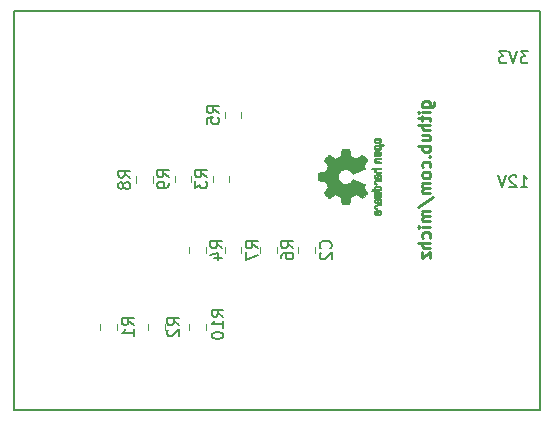
<source format=gbr>
%TF.GenerationSoftware,KiCad,Pcbnew,5.1.2-f72e74a~84~ubuntu18.04.1*%
%TF.CreationDate,2019-05-18T14:46:29+02:00*%
%TF.ProjectId,rgbww-micro-board,72676277-772d-46d6-9963-726f2d626f61,rev?*%
%TF.SameCoordinates,PXb903480PY55d4a80*%
%TF.FileFunction,Legend,Bot*%
%TF.FilePolarity,Positive*%
%FSLAX46Y46*%
G04 Gerber Fmt 4.6, Leading zero omitted, Abs format (unit mm)*
G04 Created by KiCad (PCBNEW 5.1.2-f72e74a~84~ubuntu18.04.1) date 2019-05-18 14:46:29*
%MOMM*%
%LPD*%
G04 APERTURE LIST*
%ADD10C,0.250000*%
%ADD11C,0.200000*%
%ADD12C,0.010000*%
%ADD13C,0.120000*%
%ADD14C,0.150000*%
G04 APERTURE END LIST*
D10*
X34535714Y25666667D02*
X35345238Y25666667D01*
X35440476Y25714286D01*
X35488095Y25761905D01*
X35535714Y25857143D01*
X35535714Y26000000D01*
X35488095Y26095239D01*
X35154761Y25666667D02*
X35202380Y25761905D01*
X35202380Y25952381D01*
X35154761Y26047620D01*
X35107142Y26095239D01*
X35011904Y26142858D01*
X34726190Y26142858D01*
X34630952Y26095239D01*
X34583333Y26047620D01*
X34535714Y25952381D01*
X34535714Y25761905D01*
X34583333Y25666667D01*
X35202380Y25190477D02*
X34535714Y25190477D01*
X34202380Y25190477D02*
X34250000Y25238096D01*
X34297619Y25190477D01*
X34250000Y25142858D01*
X34202380Y25190477D01*
X34297619Y25190477D01*
X34535714Y24857143D02*
X34535714Y24476191D01*
X34202380Y24714286D02*
X35059523Y24714286D01*
X35154761Y24666667D01*
X35202380Y24571429D01*
X35202380Y24476191D01*
X35202380Y24142858D02*
X34202380Y24142858D01*
X35202380Y23714286D02*
X34678571Y23714286D01*
X34583333Y23761905D01*
X34535714Y23857143D01*
X34535714Y24000000D01*
X34583333Y24095239D01*
X34630952Y24142858D01*
X34535714Y22809524D02*
X35202380Y22809524D01*
X34535714Y23238096D02*
X35059523Y23238096D01*
X35154761Y23190477D01*
X35202380Y23095239D01*
X35202380Y22952381D01*
X35154761Y22857143D01*
X35107142Y22809524D01*
X35202380Y22333334D02*
X34202380Y22333334D01*
X34583333Y22333334D02*
X34535714Y22238096D01*
X34535714Y22047620D01*
X34583333Y21952381D01*
X34630952Y21904762D01*
X34726190Y21857143D01*
X35011904Y21857143D01*
X35107142Y21904762D01*
X35154761Y21952381D01*
X35202380Y22047620D01*
X35202380Y22238096D01*
X35154761Y22333334D01*
X35107142Y21428572D02*
X35154761Y21380953D01*
X35202380Y21428572D01*
X35154761Y21476191D01*
X35107142Y21428572D01*
X35202380Y21428572D01*
X35154761Y20523810D02*
X35202380Y20619048D01*
X35202380Y20809524D01*
X35154761Y20904762D01*
X35107142Y20952381D01*
X35011904Y21000000D01*
X34726190Y21000000D01*
X34630952Y20952381D01*
X34583333Y20904762D01*
X34535714Y20809524D01*
X34535714Y20619048D01*
X34583333Y20523810D01*
X35202380Y19952381D02*
X35154761Y20047620D01*
X35107142Y20095239D01*
X35011904Y20142858D01*
X34726190Y20142858D01*
X34630952Y20095239D01*
X34583333Y20047620D01*
X34535714Y19952381D01*
X34535714Y19809524D01*
X34583333Y19714286D01*
X34630952Y19666667D01*
X34726190Y19619048D01*
X35011904Y19619048D01*
X35107142Y19666667D01*
X35154761Y19714286D01*
X35202380Y19809524D01*
X35202380Y19952381D01*
X35202380Y19190477D02*
X34535714Y19190477D01*
X34630952Y19190477D02*
X34583333Y19142858D01*
X34535714Y19047620D01*
X34535714Y18904762D01*
X34583333Y18809524D01*
X34678571Y18761905D01*
X35202380Y18761905D01*
X34678571Y18761905D02*
X34583333Y18714286D01*
X34535714Y18619048D01*
X34535714Y18476191D01*
X34583333Y18380953D01*
X34678571Y18333334D01*
X35202380Y18333334D01*
X34154761Y17142858D02*
X35440476Y18000000D01*
X35202380Y16809524D02*
X34535714Y16809524D01*
X34630952Y16809524D02*
X34583333Y16761905D01*
X34535714Y16666667D01*
X34535714Y16523810D01*
X34583333Y16428572D01*
X34678571Y16380953D01*
X35202380Y16380953D01*
X34678571Y16380953D02*
X34583333Y16333334D01*
X34535714Y16238096D01*
X34535714Y16095239D01*
X34583333Y16000000D01*
X34678571Y15952381D01*
X35202380Y15952381D01*
X35202380Y15476191D02*
X34535714Y15476191D01*
X34202380Y15476191D02*
X34250000Y15523810D01*
X34297619Y15476191D01*
X34250000Y15428572D01*
X34202380Y15476191D01*
X34297619Y15476191D01*
X35154761Y14571429D02*
X35202380Y14666667D01*
X35202380Y14857143D01*
X35154761Y14952381D01*
X35107142Y15000000D01*
X35011904Y15047620D01*
X34726190Y15047620D01*
X34630952Y15000000D01*
X34583333Y14952381D01*
X34535714Y14857143D01*
X34535714Y14666667D01*
X34583333Y14571429D01*
X35202380Y14142858D02*
X34202380Y14142858D01*
X35202380Y13714286D02*
X34678571Y13714286D01*
X34583333Y13761905D01*
X34535714Y13857143D01*
X34535714Y14000000D01*
X34583333Y14095239D01*
X34630952Y14142858D01*
X34535714Y13333334D02*
X34535714Y12809524D01*
X35202380Y13333334D01*
X35202380Y12809524D01*
D11*
X44500000Y33750000D02*
X0Y33750000D01*
X44500000Y0D02*
X44500000Y33750000D01*
X0Y0D02*
X44500000Y0D01*
X0Y33750000D02*
X0Y0D01*
D12*
G36*
X30419918Y22150256D02*
G01*
X30447568Y22094799D01*
X30498480Y22045852D01*
X30517338Y22032371D01*
X30542015Y22017686D01*
X30568816Y22008158D01*
X30604587Y22002707D01*
X30656169Y22000253D01*
X30724267Y21999714D01*
X30817588Y22002148D01*
X30887657Y22010606D01*
X30939931Y22026826D01*
X30979869Y22052546D01*
X31012929Y22089503D01*
X31014886Y22092218D01*
X31034908Y22128640D01*
X31044815Y22172498D01*
X31047257Y22228276D01*
X31047257Y22318952D01*
X31135283Y22318990D01*
X31184308Y22319834D01*
X31213065Y22324976D01*
X31230311Y22338413D01*
X31244808Y22364142D01*
X31247769Y22370321D01*
X31261648Y22399236D01*
X31270414Y22421624D01*
X31271171Y22438271D01*
X31261023Y22449964D01*
X31237073Y22457490D01*
X31196426Y22461634D01*
X31136186Y22463185D01*
X31053455Y22462929D01*
X30945339Y22461651D01*
X30913000Y22461252D01*
X30801524Y22459815D01*
X30728603Y22458528D01*
X30728603Y22319029D01*
X30790499Y22318245D01*
X30830997Y22314760D01*
X30857708Y22306876D01*
X30878244Y22292895D01*
X30888260Y22283403D01*
X30917567Y22244596D01*
X30919952Y22210237D01*
X30895750Y22174784D01*
X30894857Y22173886D01*
X30876153Y22159461D01*
X30850732Y22150687D01*
X30811584Y22146261D01*
X30751697Y22144882D01*
X30738430Y22144857D01*
X30655901Y22148188D01*
X30598691Y22159031D01*
X30563766Y22178660D01*
X30548094Y22208350D01*
X30546514Y22225509D01*
X30553926Y22266234D01*
X30578330Y22294168D01*
X30622980Y22310983D01*
X30691130Y22318350D01*
X30728603Y22319029D01*
X30728603Y22458528D01*
X30715245Y22458292D01*
X30650333Y22456323D01*
X30602958Y22453550D01*
X30569290Y22449612D01*
X30545498Y22444151D01*
X30527753Y22436808D01*
X30512224Y22427223D01*
X30506381Y22423113D01*
X30451185Y22368595D01*
X30419890Y22299664D01*
X30411165Y22219928D01*
X30419918Y22150256D01*
X30419918Y22150256D01*
G37*
X30419918Y22150256D02*
X30447568Y22094799D01*
X30498480Y22045852D01*
X30517338Y22032371D01*
X30542015Y22017686D01*
X30568816Y22008158D01*
X30604587Y22002707D01*
X30656169Y22000253D01*
X30724267Y21999714D01*
X30817588Y22002148D01*
X30887657Y22010606D01*
X30939931Y22026826D01*
X30979869Y22052546D01*
X31012929Y22089503D01*
X31014886Y22092218D01*
X31034908Y22128640D01*
X31044815Y22172498D01*
X31047257Y22228276D01*
X31047257Y22318952D01*
X31135283Y22318990D01*
X31184308Y22319834D01*
X31213065Y22324976D01*
X31230311Y22338413D01*
X31244808Y22364142D01*
X31247769Y22370321D01*
X31261648Y22399236D01*
X31270414Y22421624D01*
X31271171Y22438271D01*
X31261023Y22449964D01*
X31237073Y22457490D01*
X31196426Y22461634D01*
X31136186Y22463185D01*
X31053455Y22462929D01*
X30945339Y22461651D01*
X30913000Y22461252D01*
X30801524Y22459815D01*
X30728603Y22458528D01*
X30728603Y22319029D01*
X30790499Y22318245D01*
X30830997Y22314760D01*
X30857708Y22306876D01*
X30878244Y22292895D01*
X30888260Y22283403D01*
X30917567Y22244596D01*
X30919952Y22210237D01*
X30895750Y22174784D01*
X30894857Y22173886D01*
X30876153Y22159461D01*
X30850732Y22150687D01*
X30811584Y22146261D01*
X30751697Y22144882D01*
X30738430Y22144857D01*
X30655901Y22148188D01*
X30598691Y22159031D01*
X30563766Y22178660D01*
X30548094Y22208350D01*
X30546514Y22225509D01*
X30553926Y22266234D01*
X30578330Y22294168D01*
X30622980Y22310983D01*
X30691130Y22318350D01*
X30728603Y22319029D01*
X30728603Y22458528D01*
X30715245Y22458292D01*
X30650333Y22456323D01*
X30602958Y22453550D01*
X30569290Y22449612D01*
X30545498Y22444151D01*
X30527753Y22436808D01*
X30512224Y22427223D01*
X30506381Y22423113D01*
X30451185Y22368595D01*
X30419890Y22299664D01*
X30411165Y22219928D01*
X30419918Y22150256D01*
G36*
X30427780Y21033907D02*
G01*
X30454723Y20987328D01*
X30481466Y20954943D01*
X30509484Y20931258D01*
X30543748Y20914941D01*
X30589227Y20904661D01*
X30650892Y20899086D01*
X30733711Y20896884D01*
X30793246Y20896629D01*
X31012391Y20896629D01*
X31040044Y20958314D01*
X31067697Y21020000D01*
X30827670Y21027257D01*
X30738028Y21030256D01*
X30672962Y21033402D01*
X30628026Y21037299D01*
X30598770Y21042553D01*
X30580748Y21049769D01*
X30569511Y21059550D01*
X30567079Y21062688D01*
X30548083Y21110239D01*
X30555600Y21158303D01*
X30575543Y21186914D01*
X30589675Y21198553D01*
X30608220Y21206609D01*
X30636334Y21211729D01*
X30679173Y21214559D01*
X30741895Y21215744D01*
X30807261Y21215943D01*
X30889268Y21215982D01*
X30947316Y21217386D01*
X30986465Y21222086D01*
X31011780Y21232013D01*
X31028323Y21249097D01*
X31041156Y21275268D01*
X31054491Y21310225D01*
X31069007Y21348404D01*
X30811389Y21343859D01*
X30718519Y21342029D01*
X30649889Y21339888D01*
X30600711Y21336819D01*
X30566198Y21332206D01*
X30541562Y21325432D01*
X30522016Y21315881D01*
X30504770Y21304366D01*
X30449680Y21248810D01*
X30417822Y21181020D01*
X30410191Y21107287D01*
X30427780Y21033907D01*
X30427780Y21033907D01*
G37*
X30427780Y21033907D02*
X30454723Y20987328D01*
X30481466Y20954943D01*
X30509484Y20931258D01*
X30543748Y20914941D01*
X30589227Y20904661D01*
X30650892Y20899086D01*
X30733711Y20896884D01*
X30793246Y20896629D01*
X31012391Y20896629D01*
X31040044Y20958314D01*
X31067697Y21020000D01*
X30827670Y21027257D01*
X30738028Y21030256D01*
X30672962Y21033402D01*
X30628026Y21037299D01*
X30598770Y21042553D01*
X30580748Y21049769D01*
X30569511Y21059550D01*
X30567079Y21062688D01*
X30548083Y21110239D01*
X30555600Y21158303D01*
X30575543Y21186914D01*
X30589675Y21198553D01*
X30608220Y21206609D01*
X30636334Y21211729D01*
X30679173Y21214559D01*
X30741895Y21215744D01*
X30807261Y21215943D01*
X30889268Y21215982D01*
X30947316Y21217386D01*
X30986465Y21222086D01*
X31011780Y21232013D01*
X31028323Y21249097D01*
X31041156Y21275268D01*
X31054491Y21310225D01*
X31069007Y21348404D01*
X30811389Y21343859D01*
X30718519Y21342029D01*
X30649889Y21339888D01*
X30600711Y21336819D01*
X30566198Y21332206D01*
X30541562Y21325432D01*
X30522016Y21315881D01*
X30504770Y21304366D01*
X30449680Y21248810D01*
X30417822Y21181020D01*
X30410191Y21107287D01*
X30427780Y21033907D01*
G36*
X30421962Y22708885D02*
G01*
X30457733Y22640855D01*
X30515301Y22590649D01*
X30552312Y22572815D01*
X30607882Y22558937D01*
X30678096Y22551833D01*
X30754727Y22551160D01*
X30829552Y22556573D01*
X30894342Y22567730D01*
X30940873Y22584286D01*
X30948887Y22589374D01*
X31008707Y22649645D01*
X31044535Y22721231D01*
X31055020Y22798908D01*
X31038810Y22877452D01*
X31029092Y22899311D01*
X30999143Y22941878D01*
X30959433Y22979237D01*
X30954397Y22982768D01*
X30930124Y22997119D01*
X30904178Y23006606D01*
X30870022Y23012210D01*
X30821119Y23014914D01*
X30750935Y23015701D01*
X30735200Y23015714D01*
X30730192Y23015678D01*
X30730192Y22870571D01*
X30796430Y22869727D01*
X30840386Y22866404D01*
X30868779Y22859417D01*
X30888325Y22847584D01*
X30894857Y22841543D01*
X30919680Y22806814D01*
X30918548Y22773097D01*
X30897016Y22739005D01*
X30874029Y22718671D01*
X30840478Y22706629D01*
X30787569Y22699866D01*
X30781399Y22699402D01*
X30685513Y22698248D01*
X30614299Y22710312D01*
X30568194Y22735430D01*
X30547635Y22773440D01*
X30546514Y22787008D01*
X30552152Y22822636D01*
X30571686Y22847006D01*
X30609042Y22861907D01*
X30668150Y22869125D01*
X30730192Y22870571D01*
X30730192Y23015678D01*
X30660413Y23015174D01*
X30608159Y23012904D01*
X30571949Y23007932D01*
X30545299Y22999287D01*
X30521722Y22985995D01*
X30517338Y22983057D01*
X30458249Y22933687D01*
X30423947Y22879891D01*
X30410331Y22814398D01*
X30409665Y22792158D01*
X30421962Y22708885D01*
X30421962Y22708885D01*
G37*
X30421962Y22708885D02*
X30457733Y22640855D01*
X30515301Y22590649D01*
X30552312Y22572815D01*
X30607882Y22558937D01*
X30678096Y22551833D01*
X30754727Y22551160D01*
X30829552Y22556573D01*
X30894342Y22567730D01*
X30940873Y22584286D01*
X30948887Y22589374D01*
X31008707Y22649645D01*
X31044535Y22721231D01*
X31055020Y22798908D01*
X31038810Y22877452D01*
X31029092Y22899311D01*
X30999143Y22941878D01*
X30959433Y22979237D01*
X30954397Y22982768D01*
X30930124Y22997119D01*
X30904178Y23006606D01*
X30870022Y23012210D01*
X30821119Y23014914D01*
X30750935Y23015701D01*
X30735200Y23015714D01*
X30730192Y23015678D01*
X30730192Y22870571D01*
X30796430Y22869727D01*
X30840386Y22866404D01*
X30868779Y22859417D01*
X30888325Y22847584D01*
X30894857Y22841543D01*
X30919680Y22806814D01*
X30918548Y22773097D01*
X30897016Y22739005D01*
X30874029Y22718671D01*
X30840478Y22706629D01*
X30787569Y22699866D01*
X30781399Y22699402D01*
X30685513Y22698248D01*
X30614299Y22710312D01*
X30568194Y22735430D01*
X30547635Y22773440D01*
X30546514Y22787008D01*
X30552152Y22822636D01*
X30571686Y22847006D01*
X30609042Y22861907D01*
X30668150Y22869125D01*
X30730192Y22870571D01*
X30730192Y23015678D01*
X30660413Y23015174D01*
X30608159Y23012904D01*
X30571949Y23007932D01*
X30545299Y22999287D01*
X30521722Y22985995D01*
X30517338Y22983057D01*
X30458249Y22933687D01*
X30423947Y22879891D01*
X30410331Y22814398D01*
X30409665Y22792158D01*
X30421962Y22708885D01*
G36*
X30431239Y21581697D02*
G01*
X30469735Y21524473D01*
X30525335Y21480251D01*
X30596086Y21453833D01*
X30648162Y21448490D01*
X30669893Y21449097D01*
X30686531Y21454178D01*
X30701437Y21468145D01*
X30717973Y21495411D01*
X30739498Y21540388D01*
X30769374Y21607489D01*
X30769524Y21607829D01*
X30797813Y21669593D01*
X30822933Y21720241D01*
X30842179Y21754596D01*
X30852848Y21767482D01*
X30852934Y21767486D01*
X30876166Y21756128D01*
X30901774Y21729569D01*
X30920221Y21699077D01*
X30923886Y21683630D01*
X30911212Y21641485D01*
X30879471Y21605192D01*
X30844572Y21587483D01*
X30818845Y21570448D01*
X30789546Y21537078D01*
X30764235Y21497851D01*
X30750471Y21463244D01*
X30749714Y21456007D01*
X30762160Y21447861D01*
X30793972Y21447370D01*
X30836866Y21453357D01*
X30882558Y21464643D01*
X30922761Y21480050D01*
X30924322Y21480829D01*
X30989062Y21527196D01*
X31033097Y21587289D01*
X31054711Y21655535D01*
X31052185Y21726362D01*
X31023804Y21794196D01*
X31021808Y21797212D01*
X30973448Y21850573D01*
X30910352Y21885660D01*
X30827387Y21905078D01*
X30804078Y21907684D01*
X30694055Y21912299D01*
X30642748Y21906767D01*
X30642748Y21767486D01*
X30674753Y21765676D01*
X30684093Y21755778D01*
X30677105Y21731102D01*
X30660587Y21692205D01*
X30639881Y21648725D01*
X30639333Y21647644D01*
X30619949Y21610791D01*
X30607013Y21596000D01*
X30593451Y21599647D01*
X30575632Y21615005D01*
X30549845Y21654077D01*
X30547950Y21696154D01*
X30566717Y21733897D01*
X30602915Y21759966D01*
X30642748Y21767486D01*
X30642748Y21906767D01*
X30606027Y21902806D01*
X30536212Y21878450D01*
X30487302Y21844544D01*
X30437878Y21783347D01*
X30413359Y21715937D01*
X30411797Y21647120D01*
X30431239Y21581697D01*
X30431239Y21581697D01*
G37*
X30431239Y21581697D02*
X30469735Y21524473D01*
X30525335Y21480251D01*
X30596086Y21453833D01*
X30648162Y21448490D01*
X30669893Y21449097D01*
X30686531Y21454178D01*
X30701437Y21468145D01*
X30717973Y21495411D01*
X30739498Y21540388D01*
X30769374Y21607489D01*
X30769524Y21607829D01*
X30797813Y21669593D01*
X30822933Y21720241D01*
X30842179Y21754596D01*
X30852848Y21767482D01*
X30852934Y21767486D01*
X30876166Y21756128D01*
X30901774Y21729569D01*
X30920221Y21699077D01*
X30923886Y21683630D01*
X30911212Y21641485D01*
X30879471Y21605192D01*
X30844572Y21587483D01*
X30818845Y21570448D01*
X30789546Y21537078D01*
X30764235Y21497851D01*
X30750471Y21463244D01*
X30749714Y21456007D01*
X30762160Y21447861D01*
X30793972Y21447370D01*
X30836866Y21453357D01*
X30882558Y21464643D01*
X30922761Y21480050D01*
X30924322Y21480829D01*
X30989062Y21527196D01*
X31033097Y21587289D01*
X31054711Y21655535D01*
X31052185Y21726362D01*
X31023804Y21794196D01*
X31021808Y21797212D01*
X30973448Y21850573D01*
X30910352Y21885660D01*
X30827387Y21905078D01*
X30804078Y21907684D01*
X30694055Y21912299D01*
X30642748Y21906767D01*
X30642748Y21767486D01*
X30674753Y21765676D01*
X30684093Y21755778D01*
X30677105Y21731102D01*
X30660587Y21692205D01*
X30639881Y21648725D01*
X30639333Y21647644D01*
X30619949Y21610791D01*
X30607013Y21596000D01*
X30593451Y21599647D01*
X30575632Y21615005D01*
X30549845Y21654077D01*
X30547950Y21696154D01*
X30566717Y21733897D01*
X30602915Y21759966D01*
X30642748Y21767486D01*
X30642748Y21906767D01*
X30606027Y21902806D01*
X30536212Y21878450D01*
X30487302Y21844544D01*
X30437878Y21783347D01*
X30413359Y21715937D01*
X30411797Y21647120D01*
X30431239Y21581697D01*
G36*
X30351289Y20374114D02*
G01*
X30410613Y20369861D01*
X30445572Y20364975D01*
X30460820Y20358205D01*
X30461015Y20348298D01*
X30459195Y20345086D01*
X30446015Y20302356D01*
X30446785Y20246773D01*
X30460333Y20190263D01*
X30477861Y20154918D01*
X30505861Y20118679D01*
X30537549Y20092187D01*
X30577813Y20074001D01*
X30631543Y20062678D01*
X30703626Y20056778D01*
X30798951Y20054857D01*
X30817237Y20054823D01*
X31022646Y20054800D01*
X31038580Y20100509D01*
X31049420Y20132973D01*
X31054468Y20150785D01*
X31054514Y20151309D01*
X31040828Y20153063D01*
X31003076Y20154556D01*
X30946224Y20155674D01*
X30875234Y20156303D01*
X30832073Y20156400D01*
X30746973Y20156602D01*
X30685981Y20157642D01*
X30644177Y20160169D01*
X30616642Y20164836D01*
X30598456Y20172293D01*
X30584698Y20183189D01*
X30578073Y20189993D01*
X30551375Y20236728D01*
X30549375Y20287728D01*
X30571955Y20333999D01*
X30580107Y20342556D01*
X30595436Y20355107D01*
X30613618Y20363812D01*
X30639909Y20369369D01*
X30679562Y20372474D01*
X30737832Y20373824D01*
X30818173Y20374114D01*
X31022646Y20374114D01*
X31038580Y20419823D01*
X31049420Y20452287D01*
X31054468Y20470099D01*
X31054514Y20470623D01*
X31040623Y20471963D01*
X31001439Y20473172D01*
X30940700Y20474199D01*
X30862141Y20474998D01*
X30769498Y20475519D01*
X30666509Y20475714D01*
X30269342Y20475714D01*
X30249444Y20428543D01*
X30229547Y20381371D01*
X30351289Y20374114D01*
X30351289Y20374114D01*
G37*
X30351289Y20374114D02*
X30410613Y20369861D01*
X30445572Y20364975D01*
X30460820Y20358205D01*
X30461015Y20348298D01*
X30459195Y20345086D01*
X30446015Y20302356D01*
X30446785Y20246773D01*
X30460333Y20190263D01*
X30477861Y20154918D01*
X30505861Y20118679D01*
X30537549Y20092187D01*
X30577813Y20074001D01*
X30631543Y20062678D01*
X30703626Y20056778D01*
X30798951Y20054857D01*
X30817237Y20054823D01*
X31022646Y20054800D01*
X31038580Y20100509D01*
X31049420Y20132973D01*
X31054468Y20150785D01*
X31054514Y20151309D01*
X31040828Y20153063D01*
X31003076Y20154556D01*
X30946224Y20155674D01*
X30875234Y20156303D01*
X30832073Y20156400D01*
X30746973Y20156602D01*
X30685981Y20157642D01*
X30644177Y20160169D01*
X30616642Y20164836D01*
X30598456Y20172293D01*
X30584698Y20183189D01*
X30578073Y20189993D01*
X30551375Y20236728D01*
X30549375Y20287728D01*
X30571955Y20333999D01*
X30580107Y20342556D01*
X30595436Y20355107D01*
X30613618Y20363812D01*
X30639909Y20369369D01*
X30679562Y20372474D01*
X30737832Y20373824D01*
X30818173Y20374114D01*
X31022646Y20374114D01*
X31038580Y20419823D01*
X31049420Y20452287D01*
X31054468Y20470099D01*
X31054514Y20470623D01*
X31040623Y20471963D01*
X31001439Y20473172D01*
X30940700Y20474199D01*
X30862141Y20474998D01*
X30769498Y20475519D01*
X30666509Y20475714D01*
X30269342Y20475714D01*
X30249444Y20428543D01*
X30229547Y20381371D01*
X30351289Y20374114D01*
G36*
X30450968Y19710256D02*
G01*
X30472087Y19653384D01*
X30472493Y19652733D01*
X30498380Y19617560D01*
X30528633Y19591593D01*
X30568058Y19573330D01*
X30621462Y19561268D01*
X30693651Y19553904D01*
X30789432Y19549736D01*
X30803078Y19549371D01*
X31008842Y19544124D01*
X31031678Y19588284D01*
X31047110Y19620237D01*
X31054423Y19639530D01*
X31054514Y19640422D01*
X31041022Y19643761D01*
X31004626Y19646413D01*
X30951452Y19648044D01*
X30908393Y19648400D01*
X30838641Y19648408D01*
X30794837Y19651597D01*
X30773944Y19662712D01*
X30772925Y19686499D01*
X30788741Y19727704D01*
X30817815Y19789914D01*
X30841963Y19835659D01*
X30862913Y19859187D01*
X30885747Y19866104D01*
X30886877Y19866114D01*
X30926212Y19854701D01*
X30947462Y19820908D01*
X30950539Y19769191D01*
X30950006Y19731939D01*
X30960735Y19712297D01*
X30986505Y19700048D01*
X31019337Y19692998D01*
X31037966Y19703158D01*
X31040632Y19706983D01*
X31051340Y19742999D01*
X31052856Y19793434D01*
X31045759Y19845374D01*
X31032788Y19882178D01*
X30989585Y19933062D01*
X30929446Y19961986D01*
X30882462Y19967714D01*
X30840082Y19963343D01*
X30805488Y19947525D01*
X30774763Y19916203D01*
X30743990Y19865322D01*
X30709252Y19790824D01*
X30707288Y19786286D01*
X30676287Y19719179D01*
X30650862Y19677768D01*
X30628014Y19660019D01*
X30604745Y19663893D01*
X30578056Y19687357D01*
X30571914Y19694373D01*
X30548100Y19741370D01*
X30549103Y19790067D01*
X30572451Y19832478D01*
X30615675Y19860616D01*
X30624160Y19863231D01*
X30665308Y19888692D01*
X30685128Y19920999D01*
X30704770Y19967714D01*
X30653950Y19967714D01*
X30580082Y19953504D01*
X30512327Y19911325D01*
X30489661Y19889376D01*
X30460569Y19839483D01*
X30447400Y19776033D01*
X30450968Y19710256D01*
X30450968Y19710256D01*
G37*
X30450968Y19710256D02*
X30472087Y19653384D01*
X30472493Y19652733D01*
X30498380Y19617560D01*
X30528633Y19591593D01*
X30568058Y19573330D01*
X30621462Y19561268D01*
X30693651Y19553904D01*
X30789432Y19549736D01*
X30803078Y19549371D01*
X31008842Y19544124D01*
X31031678Y19588284D01*
X31047110Y19620237D01*
X31054423Y19639530D01*
X31054514Y19640422D01*
X31041022Y19643761D01*
X31004626Y19646413D01*
X30951452Y19648044D01*
X30908393Y19648400D01*
X30838641Y19648408D01*
X30794837Y19651597D01*
X30773944Y19662712D01*
X30772925Y19686499D01*
X30788741Y19727704D01*
X30817815Y19789914D01*
X30841963Y19835659D01*
X30862913Y19859187D01*
X30885747Y19866104D01*
X30886877Y19866114D01*
X30926212Y19854701D01*
X30947462Y19820908D01*
X30950539Y19769191D01*
X30950006Y19731939D01*
X30960735Y19712297D01*
X30986505Y19700048D01*
X31019337Y19692998D01*
X31037966Y19703158D01*
X31040632Y19706983D01*
X31051340Y19742999D01*
X31052856Y19793434D01*
X31045759Y19845374D01*
X31032788Y19882178D01*
X30989585Y19933062D01*
X30929446Y19961986D01*
X30882462Y19967714D01*
X30840082Y19963343D01*
X30805488Y19947525D01*
X30774763Y19916203D01*
X30743990Y19865322D01*
X30709252Y19790824D01*
X30707288Y19786286D01*
X30676287Y19719179D01*
X30650862Y19677768D01*
X30628014Y19660019D01*
X30604745Y19663893D01*
X30578056Y19687357D01*
X30571914Y19694373D01*
X30548100Y19741370D01*
X30549103Y19790067D01*
X30572451Y19832478D01*
X30615675Y19860616D01*
X30624160Y19863231D01*
X30665308Y19888692D01*
X30685128Y19920999D01*
X30704770Y19967714D01*
X30653950Y19967714D01*
X30580082Y19953504D01*
X30512327Y19911325D01*
X30489661Y19889376D01*
X30460569Y19839483D01*
X30447400Y19776033D01*
X30450968Y19710256D01*
G36*
X30449755Y19220074D02*
G01*
X30474084Y19154142D01*
X30517117Y19100727D01*
X30547409Y19079836D01*
X30602994Y19057061D01*
X30643186Y19057534D01*
X30670217Y19081438D01*
X30674813Y19090283D01*
X30689144Y19128470D01*
X30685472Y19147972D01*
X30661407Y19154578D01*
X30648114Y19154914D01*
X30599210Y19167008D01*
X30564999Y19198529D01*
X30548476Y19242341D01*
X30552634Y19291305D01*
X30574227Y19331106D01*
X30586544Y19344550D01*
X30601487Y19354079D01*
X30624075Y19360515D01*
X30659328Y19364683D01*
X30712266Y19367403D01*
X30787907Y19369498D01*
X30811857Y19370040D01*
X30893790Y19372019D01*
X30951455Y19374269D01*
X30989608Y19377643D01*
X31013004Y19382994D01*
X31026398Y19391176D01*
X31034545Y19403041D01*
X31038144Y19410638D01*
X31050452Y19442898D01*
X31054514Y19461889D01*
X31040948Y19468164D01*
X30999934Y19471994D01*
X30930999Y19473400D01*
X30833669Y19472402D01*
X30818657Y19472092D01*
X30729859Y19469899D01*
X30665019Y19467307D01*
X30619067Y19463618D01*
X30586935Y19458136D01*
X30563553Y19450165D01*
X30543852Y19439007D01*
X30535410Y19433170D01*
X30498057Y19399704D01*
X30469003Y19362273D01*
X30466467Y19357691D01*
X30446443Y19290574D01*
X30449755Y19220074D01*
X30449755Y19220074D01*
G37*
X30449755Y19220074D02*
X30474084Y19154142D01*
X30517117Y19100727D01*
X30547409Y19079836D01*
X30602994Y19057061D01*
X30643186Y19057534D01*
X30670217Y19081438D01*
X30674813Y19090283D01*
X30689144Y19128470D01*
X30685472Y19147972D01*
X30661407Y19154578D01*
X30648114Y19154914D01*
X30599210Y19167008D01*
X30564999Y19198529D01*
X30548476Y19242341D01*
X30552634Y19291305D01*
X30574227Y19331106D01*
X30586544Y19344550D01*
X30601487Y19354079D01*
X30624075Y19360515D01*
X30659328Y19364683D01*
X30712266Y19367403D01*
X30787907Y19369498D01*
X30811857Y19370040D01*
X30893790Y19372019D01*
X30951455Y19374269D01*
X30989608Y19377643D01*
X31013004Y19382994D01*
X31026398Y19391176D01*
X31034545Y19403041D01*
X31038144Y19410638D01*
X31050452Y19442898D01*
X31054514Y19461889D01*
X31040948Y19468164D01*
X30999934Y19471994D01*
X30930999Y19473400D01*
X30833669Y19472402D01*
X30818657Y19472092D01*
X30729859Y19469899D01*
X30665019Y19467307D01*
X30619067Y19463618D01*
X30586935Y19458136D01*
X30563553Y19450165D01*
X30543852Y19439007D01*
X30535410Y19433170D01*
X30498057Y19399704D01*
X30469003Y19362273D01*
X30466467Y19357691D01*
X30446443Y19290574D01*
X30449755Y19220074D01*
G36*
X30565358Y18559883D02*
G01*
X30673837Y18560067D01*
X30757287Y18560781D01*
X30819704Y18562325D01*
X30865085Y18564999D01*
X30897429Y18569106D01*
X30920733Y18574945D01*
X30938995Y18582818D01*
X30949418Y18588779D01*
X31005945Y18638145D01*
X31041377Y18700736D01*
X31054090Y18769987D01*
X31042463Y18839332D01*
X31021568Y18880625D01*
X30985422Y18923975D01*
X30941276Y18953519D01*
X30883462Y18971345D01*
X30806313Y18979537D01*
X30749714Y18980698D01*
X30745647Y18980542D01*
X30745647Y18879143D01*
X30810550Y18878524D01*
X30853514Y18875686D01*
X30881622Y18869160D01*
X30901953Y18857477D01*
X30917288Y18843517D01*
X30946890Y18796635D01*
X30949419Y18746299D01*
X30924705Y18698724D01*
X30921356Y18695021D01*
X30903935Y18679217D01*
X30883209Y18669307D01*
X30852362Y18663942D01*
X30804577Y18661772D01*
X30751748Y18661429D01*
X30685381Y18662173D01*
X30641106Y18665252D01*
X30612009Y18671939D01*
X30591173Y18683504D01*
X30580107Y18692987D01*
X30552198Y18737040D01*
X30548843Y18787776D01*
X30570159Y18836204D01*
X30578073Y18845550D01*
X30595647Y18861460D01*
X30616587Y18871390D01*
X30647782Y18876722D01*
X30696122Y18878837D01*
X30745647Y18879143D01*
X30745647Y18980542D01*
X30658568Y18977190D01*
X30590086Y18965274D01*
X30538600Y18942865D01*
X30498443Y18907876D01*
X30477861Y18880625D01*
X30455625Y18831093D01*
X30445304Y18773684D01*
X30448067Y18720318D01*
X30459212Y18690457D01*
X30462383Y18678739D01*
X30450557Y18670963D01*
X30418866Y18665535D01*
X30370593Y18661429D01*
X30316829Y18656933D01*
X30284482Y18650687D01*
X30265985Y18639324D01*
X30253770Y18619472D01*
X30248362Y18607000D01*
X30228601Y18559829D01*
X30565358Y18559883D01*
X30565358Y18559883D01*
G37*
X30565358Y18559883D02*
X30673837Y18560067D01*
X30757287Y18560781D01*
X30819704Y18562325D01*
X30865085Y18564999D01*
X30897429Y18569106D01*
X30920733Y18574945D01*
X30938995Y18582818D01*
X30949418Y18588779D01*
X31005945Y18638145D01*
X31041377Y18700736D01*
X31054090Y18769987D01*
X31042463Y18839332D01*
X31021568Y18880625D01*
X30985422Y18923975D01*
X30941276Y18953519D01*
X30883462Y18971345D01*
X30806313Y18979537D01*
X30749714Y18980698D01*
X30745647Y18980542D01*
X30745647Y18879143D01*
X30810550Y18878524D01*
X30853514Y18875686D01*
X30881622Y18869160D01*
X30901953Y18857477D01*
X30917288Y18843517D01*
X30946890Y18796635D01*
X30949419Y18746299D01*
X30924705Y18698724D01*
X30921356Y18695021D01*
X30903935Y18679217D01*
X30883209Y18669307D01*
X30852362Y18663942D01*
X30804577Y18661772D01*
X30751748Y18661429D01*
X30685381Y18662173D01*
X30641106Y18665252D01*
X30612009Y18671939D01*
X30591173Y18683504D01*
X30580107Y18692987D01*
X30552198Y18737040D01*
X30548843Y18787776D01*
X30570159Y18836204D01*
X30578073Y18845550D01*
X30595647Y18861460D01*
X30616587Y18871390D01*
X30647782Y18876722D01*
X30696122Y18878837D01*
X30745647Y18879143D01*
X30745647Y18980542D01*
X30658568Y18977190D01*
X30590086Y18965274D01*
X30538600Y18942865D01*
X30498443Y18907876D01*
X30477861Y18880625D01*
X30455625Y18831093D01*
X30445304Y18773684D01*
X30448067Y18720318D01*
X30459212Y18690457D01*
X30462383Y18678739D01*
X30450557Y18670963D01*
X30418866Y18665535D01*
X30370593Y18661429D01*
X30316829Y18656933D01*
X30284482Y18650687D01*
X30265985Y18639324D01*
X30253770Y18619472D01*
X30248362Y18607000D01*
X30228601Y18559829D01*
X30565358Y18559883D01*
G36*
X30458663Y17970167D02*
G01*
X30496850Y17967952D01*
X30554886Y17966216D01*
X30628180Y17965101D01*
X30705055Y17964743D01*
X30965196Y17964743D01*
X31011127Y18010674D01*
X31039429Y18042325D01*
X31050893Y18070110D01*
X31050168Y18108085D01*
X31048321Y18123160D01*
X31042948Y18170274D01*
X31039869Y18209244D01*
X31039585Y18218743D01*
X31041445Y18250767D01*
X31046114Y18296568D01*
X31048321Y18314326D01*
X31051735Y18357943D01*
X31044320Y18387255D01*
X31021427Y18416320D01*
X31011127Y18426812D01*
X30965196Y18472743D01*
X30478602Y18472743D01*
X30461758Y18435774D01*
X30449282Y18403941D01*
X30444914Y18385317D01*
X30458718Y18380542D01*
X30497286Y18376079D01*
X30556356Y18372225D01*
X30631663Y18369278D01*
X30695286Y18367857D01*
X30945657Y18363886D01*
X30950556Y18329241D01*
X30947131Y18297732D01*
X30936041Y18282292D01*
X30915308Y18277977D01*
X30871145Y18274292D01*
X30809146Y18271531D01*
X30734909Y18269988D01*
X30696706Y18269765D01*
X30476783Y18269543D01*
X30460849Y18223834D01*
X30450015Y18191482D01*
X30444962Y18173885D01*
X30444914Y18173377D01*
X30458648Y18171612D01*
X30496730Y18169671D01*
X30554482Y18167718D01*
X30627227Y18165916D01*
X30695286Y18164657D01*
X30945657Y18160686D01*
X30945657Y18073600D01*
X30717240Y18069604D01*
X30488822Y18065608D01*
X30466868Y18023153D01*
X30451793Y17991808D01*
X30444951Y17973256D01*
X30444914Y17972721D01*
X30458663Y17970167D01*
X30458663Y17970167D01*
G37*
X30458663Y17970167D02*
X30496850Y17967952D01*
X30554886Y17966216D01*
X30628180Y17965101D01*
X30705055Y17964743D01*
X30965196Y17964743D01*
X31011127Y18010674D01*
X31039429Y18042325D01*
X31050893Y18070110D01*
X31050168Y18108085D01*
X31048321Y18123160D01*
X31042948Y18170274D01*
X31039869Y18209244D01*
X31039585Y18218743D01*
X31041445Y18250767D01*
X31046114Y18296568D01*
X31048321Y18314326D01*
X31051735Y18357943D01*
X31044320Y18387255D01*
X31021427Y18416320D01*
X31011127Y18426812D01*
X30965196Y18472743D01*
X30478602Y18472743D01*
X30461758Y18435774D01*
X30449282Y18403941D01*
X30444914Y18385317D01*
X30458718Y18380542D01*
X30497286Y18376079D01*
X30556356Y18372225D01*
X30631663Y18369278D01*
X30695286Y18367857D01*
X30945657Y18363886D01*
X30950556Y18329241D01*
X30947131Y18297732D01*
X30936041Y18282292D01*
X30915308Y18277977D01*
X30871145Y18274292D01*
X30809146Y18271531D01*
X30734909Y18269988D01*
X30696706Y18269765D01*
X30476783Y18269543D01*
X30460849Y18223834D01*
X30450015Y18191482D01*
X30444962Y18173885D01*
X30444914Y18173377D01*
X30458648Y18171612D01*
X30496730Y18169671D01*
X30554482Y18167718D01*
X30627227Y18165916D01*
X30695286Y18164657D01*
X30945657Y18160686D01*
X30945657Y18073600D01*
X30717240Y18069604D01*
X30488822Y18065608D01*
X30466868Y18023153D01*
X30451793Y17991808D01*
X30444951Y17973256D01*
X30444914Y17972721D01*
X30458663Y17970167D01*
G36*
X30456335Y17605124D02*
G01*
X30475344Y17563333D01*
X30498378Y17530531D01*
X30524133Y17506497D01*
X30557358Y17489903D01*
X30602800Y17479423D01*
X30665207Y17473729D01*
X30749327Y17471493D01*
X30804721Y17471257D01*
X31020826Y17471257D01*
X31037670Y17508226D01*
X31049981Y17537344D01*
X31054514Y17551769D01*
X31041025Y17554528D01*
X31004653Y17556718D01*
X30951542Y17558058D01*
X30909372Y17558343D01*
X30848447Y17559566D01*
X30800115Y17562864D01*
X30770518Y17567679D01*
X30764229Y17571504D01*
X30770652Y17597217D01*
X30787125Y17637582D01*
X30809458Y17684321D01*
X30833457Y17729155D01*
X30854930Y17763807D01*
X30869685Y17779998D01*
X30869845Y17780062D01*
X30897152Y17778670D01*
X30923219Y17766182D01*
X30944392Y17744257D01*
X30951474Y17712257D01*
X30950649Y17684908D01*
X30950042Y17646174D01*
X30959116Y17625842D01*
X30983092Y17613631D01*
X30987613Y17612091D01*
X31021806Y17606797D01*
X31042568Y17620953D01*
X31052462Y17657852D01*
X31054292Y17697711D01*
X31040727Y17769438D01*
X31021355Y17806568D01*
X30975845Y17852424D01*
X30919983Y17876744D01*
X30860957Y17878927D01*
X30805953Y17858371D01*
X30771486Y17827451D01*
X30752189Y17796580D01*
X30727759Y17748058D01*
X30702985Y17691515D01*
X30699199Y17682090D01*
X30671791Y17619981D01*
X30647634Y17584178D01*
X30623619Y17572663D01*
X30596635Y17583420D01*
X30575543Y17601886D01*
X30549572Y17645531D01*
X30547624Y17693554D01*
X30567637Y17737594D01*
X30607551Y17769291D01*
X30617848Y17773451D01*
X30655724Y17797673D01*
X30683842Y17833035D01*
X30706917Y17877657D01*
X30641485Y17877657D01*
X30601506Y17875031D01*
X30569997Y17863770D01*
X30536378Y17838801D01*
X30510484Y17814831D01*
X30473817Y17777559D01*
X30454121Y17748599D01*
X30446220Y17717495D01*
X30444914Y17682287D01*
X30456335Y17605124D01*
X30456335Y17605124D01*
G37*
X30456335Y17605124D02*
X30475344Y17563333D01*
X30498378Y17530531D01*
X30524133Y17506497D01*
X30557358Y17489903D01*
X30602800Y17479423D01*
X30665207Y17473729D01*
X30749327Y17471493D01*
X30804721Y17471257D01*
X31020826Y17471257D01*
X31037670Y17508226D01*
X31049981Y17537344D01*
X31054514Y17551769D01*
X31041025Y17554528D01*
X31004653Y17556718D01*
X30951542Y17558058D01*
X30909372Y17558343D01*
X30848447Y17559566D01*
X30800115Y17562864D01*
X30770518Y17567679D01*
X30764229Y17571504D01*
X30770652Y17597217D01*
X30787125Y17637582D01*
X30809458Y17684321D01*
X30833457Y17729155D01*
X30854930Y17763807D01*
X30869685Y17779998D01*
X30869845Y17780062D01*
X30897152Y17778670D01*
X30923219Y17766182D01*
X30944392Y17744257D01*
X30951474Y17712257D01*
X30950649Y17684908D01*
X30950042Y17646174D01*
X30959116Y17625842D01*
X30983092Y17613631D01*
X30987613Y17612091D01*
X31021806Y17606797D01*
X31042568Y17620953D01*
X31052462Y17657852D01*
X31054292Y17697711D01*
X31040727Y17769438D01*
X31021355Y17806568D01*
X30975845Y17852424D01*
X30919983Y17876744D01*
X30860957Y17878927D01*
X30805953Y17858371D01*
X30771486Y17827451D01*
X30752189Y17796580D01*
X30727759Y17748058D01*
X30702985Y17691515D01*
X30699199Y17682090D01*
X30671791Y17619981D01*
X30647634Y17584178D01*
X30623619Y17572663D01*
X30596635Y17583420D01*
X30575543Y17601886D01*
X30549572Y17645531D01*
X30547624Y17693554D01*
X30567637Y17737594D01*
X30607551Y17769291D01*
X30617848Y17773451D01*
X30655724Y17797673D01*
X30683842Y17833035D01*
X30706917Y17877657D01*
X30641485Y17877657D01*
X30601506Y17875031D01*
X30569997Y17863770D01*
X30536378Y17838801D01*
X30510484Y17814831D01*
X30473817Y17777559D01*
X30454121Y17748599D01*
X30446220Y17717495D01*
X30444914Y17682287D01*
X30456335Y17605124D01*
G36*
X30458752Y17097400D02*
G01*
X30466334Y17080052D01*
X30499128Y17038644D01*
X30546547Y17003235D01*
X30597151Y16981336D01*
X30622098Y16977771D01*
X30656927Y16989721D01*
X30675357Y17015933D01*
X30686516Y17044036D01*
X30688572Y17056905D01*
X30673649Y17063171D01*
X30641175Y17075544D01*
X30626502Y17080972D01*
X30575744Y17111410D01*
X30550427Y17155480D01*
X30551206Y17211990D01*
X30552203Y17216175D01*
X30566507Y17246345D01*
X30594393Y17268524D01*
X30639287Y17283673D01*
X30704615Y17292750D01*
X30793804Y17296714D01*
X30841261Y17297086D01*
X30916071Y17297270D01*
X30967069Y17298478D01*
X30999471Y17301691D01*
X31018495Y17307891D01*
X31029356Y17318060D01*
X31037272Y17333181D01*
X31037670Y17334054D01*
X31049981Y17363172D01*
X31054514Y17377597D01*
X31040809Y17379814D01*
X31002925Y17381711D01*
X30945715Y17383153D01*
X30874027Y17384002D01*
X30821565Y17384171D01*
X30720047Y17383308D01*
X30643032Y17379930D01*
X30586023Y17372858D01*
X30544526Y17360912D01*
X30514043Y17342910D01*
X30490080Y17317673D01*
X30473355Y17292753D01*
X30451097Y17232829D01*
X30446076Y17163089D01*
X30458752Y17097400D01*
X30458752Y17097400D01*
G37*
X30458752Y17097400D02*
X30466334Y17080052D01*
X30499128Y17038644D01*
X30546547Y17003235D01*
X30597151Y16981336D01*
X30622098Y16977771D01*
X30656927Y16989721D01*
X30675357Y17015933D01*
X30686516Y17044036D01*
X30688572Y17056905D01*
X30673649Y17063171D01*
X30641175Y17075544D01*
X30626502Y17080972D01*
X30575744Y17111410D01*
X30550427Y17155480D01*
X30551206Y17211990D01*
X30552203Y17216175D01*
X30566507Y17246345D01*
X30594393Y17268524D01*
X30639287Y17283673D01*
X30704615Y17292750D01*
X30793804Y17296714D01*
X30841261Y17297086D01*
X30916071Y17297270D01*
X30967069Y17298478D01*
X30999471Y17301691D01*
X31018495Y17307891D01*
X31029356Y17318060D01*
X31037272Y17333181D01*
X31037670Y17334054D01*
X31049981Y17363172D01*
X31054514Y17377597D01*
X31040809Y17379814D01*
X31002925Y17381711D01*
X30945715Y17383153D01*
X30874027Y17384002D01*
X30821565Y17384171D01*
X30720047Y17383308D01*
X30643032Y17379930D01*
X30586023Y17372858D01*
X30544526Y17360912D01*
X30514043Y17342910D01*
X30490080Y17317673D01*
X30473355Y17292753D01*
X30451097Y17232829D01*
X30446076Y17163089D01*
X30458752Y17097400D01*
G36*
X30466966Y16596405D02*
G01*
X30504497Y16538979D01*
X30538096Y16511281D01*
X30599064Y16489338D01*
X30647308Y16487595D01*
X30711816Y16491543D01*
X30776934Y16640314D01*
X30810202Y16712651D01*
X30836964Y16759916D01*
X30860144Y16784493D01*
X30882667Y16788763D01*
X30907455Y16775111D01*
X30923886Y16760057D01*
X30950235Y16716254D01*
X30952081Y16668611D01*
X30931546Y16624855D01*
X30890752Y16592711D01*
X30876347Y16586962D01*
X30831356Y16559424D01*
X30812182Y16527742D01*
X30795779Y16484286D01*
X30857966Y16484286D01*
X30900283Y16488128D01*
X30935969Y16503177D01*
X30976943Y16534720D01*
X30982267Y16539408D01*
X31018720Y16574494D01*
X31038283Y16604653D01*
X31047283Y16642385D01*
X31050230Y16673665D01*
X31050965Y16729615D01*
X31041660Y16769445D01*
X31027846Y16794292D01*
X30997467Y16833344D01*
X30964613Y16860375D01*
X30923294Y16877483D01*
X30867521Y16886762D01*
X30791305Y16890307D01*
X30752622Y16890590D01*
X30706247Y16889628D01*
X30706247Y16801993D01*
X30731126Y16800977D01*
X30735200Y16798444D01*
X30729665Y16781726D01*
X30715017Y16745751D01*
X30694190Y16697669D01*
X30689714Y16687614D01*
X30658814Y16626848D01*
X30631657Y16593368D01*
X30606220Y16586010D01*
X30580481Y16603609D01*
X30569109Y16618144D01*
X30546364Y16670590D01*
X30550122Y16719678D01*
X30577884Y16760773D01*
X30627152Y16789242D01*
X30666257Y16798369D01*
X30706247Y16801993D01*
X30706247Y16889628D01*
X30662249Y16888715D01*
X30595384Y16881804D01*
X30546695Y16868116D01*
X30510849Y16845904D01*
X30482513Y16813426D01*
X30473355Y16799267D01*
X30449507Y16734947D01*
X30448006Y16664527D01*
X30466966Y16596405D01*
X30466966Y16596405D01*
G37*
X30466966Y16596405D02*
X30504497Y16538979D01*
X30538096Y16511281D01*
X30599064Y16489338D01*
X30647308Y16487595D01*
X30711816Y16491543D01*
X30776934Y16640314D01*
X30810202Y16712651D01*
X30836964Y16759916D01*
X30860144Y16784493D01*
X30882667Y16788763D01*
X30907455Y16775111D01*
X30923886Y16760057D01*
X30950235Y16716254D01*
X30952081Y16668611D01*
X30931546Y16624855D01*
X30890752Y16592711D01*
X30876347Y16586962D01*
X30831356Y16559424D01*
X30812182Y16527742D01*
X30795779Y16484286D01*
X30857966Y16484286D01*
X30900283Y16488128D01*
X30935969Y16503177D01*
X30976943Y16534720D01*
X30982267Y16539408D01*
X31018720Y16574494D01*
X31038283Y16604653D01*
X31047283Y16642385D01*
X31050230Y16673665D01*
X31050965Y16729615D01*
X31041660Y16769445D01*
X31027846Y16794292D01*
X30997467Y16833344D01*
X30964613Y16860375D01*
X30923294Y16877483D01*
X30867521Y16886762D01*
X30791305Y16890307D01*
X30752622Y16890590D01*
X30706247Y16889628D01*
X30706247Y16801993D01*
X30731126Y16800977D01*
X30735200Y16798444D01*
X30729665Y16781726D01*
X30715017Y16745751D01*
X30694190Y16697669D01*
X30689714Y16687614D01*
X30658814Y16626848D01*
X30631657Y16593368D01*
X30606220Y16586010D01*
X30580481Y16603609D01*
X30569109Y16618144D01*
X30546364Y16670590D01*
X30550122Y16719678D01*
X30577884Y16760773D01*
X30627152Y16789242D01*
X30666257Y16798369D01*
X30706247Y16801993D01*
X30706247Y16889628D01*
X30662249Y16888715D01*
X30595384Y16881804D01*
X30546695Y16868116D01*
X30510849Y16845904D01*
X30482513Y16813426D01*
X30473355Y16799267D01*
X30449507Y16734947D01*
X30448006Y16664527D01*
X30466966Y16596405D01*
G36*
X25742348Y19646090D02*
G01*
X25742778Y19567546D01*
X25743942Y19510702D01*
X25746207Y19471895D01*
X25749940Y19447462D01*
X25755506Y19433738D01*
X25763273Y19427060D01*
X25773605Y19423764D01*
X25774943Y19423444D01*
X25799079Y19418438D01*
X25846701Y19409171D01*
X25912741Y19396608D01*
X25992128Y19381713D01*
X26079796Y19365449D01*
X26082875Y19364881D01*
X26168789Y19348590D01*
X26244696Y19333348D01*
X26306045Y19320139D01*
X26348282Y19309946D01*
X26366855Y19303752D01*
X26367184Y19303457D01*
X26376253Y19285212D01*
X26391367Y19247595D01*
X26409262Y19198729D01*
X26409358Y19198457D01*
X26432493Y19136907D01*
X26461965Y19064343D01*
X26491597Y18995943D01*
X26493062Y18992706D01*
X26543626Y18881298D01*
X26375160Y18634601D01*
X26323803Y18558923D01*
X26277889Y18490369D01*
X26240030Y18432912D01*
X26212837Y18390524D01*
X26198921Y18367175D01*
X26197889Y18364958D01*
X26202484Y18347990D01*
X26224655Y18316299D01*
X26265447Y18268648D01*
X26325905Y18203802D01*
X26390227Y18137603D01*
X26453612Y18073786D01*
X26511451Y18016671D01*
X26560175Y17969695D01*
X26596210Y17936297D01*
X26615984Y17919915D01*
X26617002Y17919306D01*
X26630572Y17917495D01*
X26652733Y17924317D01*
X26686478Y17941460D01*
X26734800Y17970607D01*
X26800692Y18013445D01*
X26885517Y18070552D01*
X26960177Y18121234D01*
X27027140Y18166539D01*
X27082516Y18203850D01*
X27122420Y18230548D01*
X27142962Y18244015D01*
X27144356Y18244863D01*
X27164038Y18243219D01*
X27202293Y18230755D01*
X27251889Y18209952D01*
X27267728Y18202538D01*
X27338290Y18170186D01*
X27418353Y18135672D01*
X27487629Y18107635D01*
X27539045Y18087432D01*
X27578119Y18071385D01*
X27598541Y18062112D01*
X27600114Y18060959D01*
X27602721Y18043904D01*
X27609863Y18003702D01*
X27620523Y17945698D01*
X27633685Y17875237D01*
X27648333Y17797665D01*
X27663449Y17718328D01*
X27678018Y17642569D01*
X27691022Y17575736D01*
X27701445Y17523172D01*
X27708270Y17490224D01*
X27710199Y17482143D01*
X27714962Y17473795D01*
X27725718Y17467494D01*
X27746098Y17462955D01*
X27779734Y17459896D01*
X27830255Y17458033D01*
X27901292Y17457082D01*
X27996476Y17456760D01*
X28035492Y17456743D01*
X28352799Y17456743D01*
X28367839Y17532943D01*
X28375995Y17575337D01*
X28387899Y17638600D01*
X28402116Y17715038D01*
X28417210Y17796957D01*
X28421355Y17819600D01*
X28436053Y17895194D01*
X28450505Y17961047D01*
X28463375Y18011634D01*
X28473322Y18041426D01*
X28476287Y18046388D01*
X28497283Y18058574D01*
X28537967Y18076047D01*
X28590322Y18095423D01*
X28601600Y18099266D01*
X28671523Y18124661D01*
X28750418Y18156183D01*
X28821266Y18187031D01*
X28821595Y18187183D01*
X28932733Y18238553D01*
X29181253Y18069601D01*
X29429772Y17900648D01*
X29647058Y18117571D01*
X29711726Y18183181D01*
X29768733Y18243021D01*
X29815033Y18293733D01*
X29847584Y18331954D01*
X29863343Y18354325D01*
X29864343Y18357534D01*
X29856469Y18376374D01*
X29834578Y18414820D01*
X29801267Y18468670D01*
X29759131Y18533724D01*
X29711943Y18604060D01*
X29663810Y18675445D01*
X29621928Y18739092D01*
X29588871Y18790959D01*
X29567218Y18827005D01*
X29559543Y18843133D01*
X29566037Y18862811D01*
X29583150Y18900125D01*
X29607326Y18947379D01*
X29610013Y18952388D01*
X29641927Y19016023D01*
X29657579Y19059659D01*
X29657745Y19086798D01*
X29643204Y19100943D01*
X29643000Y19101025D01*
X29625779Y19108095D01*
X29584899Y19124958D01*
X29523525Y19150305D01*
X29444819Y19182829D01*
X29351947Y19221222D01*
X29248072Y19264178D01*
X29147502Y19305778D01*
X29036516Y19351496D01*
X28933703Y19393474D01*
X28842215Y19430452D01*
X28765201Y19461173D01*
X28705815Y19484378D01*
X28667209Y19498810D01*
X28652800Y19503257D01*
X28636272Y19492104D01*
X28609930Y19462931D01*
X28580887Y19424029D01*
X28489039Y19313243D01*
X28383759Y19226649D01*
X28267266Y19165284D01*
X28141776Y19130185D01*
X28009507Y19122392D01*
X27948457Y19128057D01*
X27821795Y19158922D01*
X27709941Y19212080D01*
X27614001Y19284233D01*
X27535076Y19372083D01*
X27474270Y19472335D01*
X27432687Y19581690D01*
X27411428Y19696853D01*
X27411599Y19814525D01*
X27434301Y19931410D01*
X27480638Y20044211D01*
X27551713Y20149631D01*
X27591911Y20193632D01*
X27695129Y20278021D01*
X27807925Y20336778D01*
X27927010Y20370296D01*
X28049095Y20378965D01*
X28170893Y20363177D01*
X28289116Y20323322D01*
X28400475Y20259793D01*
X28501684Y20172979D01*
X28580887Y20075971D01*
X28611162Y20035563D01*
X28637219Y20007018D01*
X28652825Y19996743D01*
X28669843Y20002123D01*
X28710500Y20017425D01*
X28771642Y20041388D01*
X28850119Y20072756D01*
X28942780Y20110268D01*
X29046472Y20152667D01*
X29147526Y20194337D01*
X29258607Y20240310D01*
X29361541Y20282893D01*
X29453165Y20320779D01*
X29530316Y20352660D01*
X29589831Y20377229D01*
X29628544Y20393180D01*
X29643000Y20399090D01*
X29657685Y20413052D01*
X29657642Y20440060D01*
X29642099Y20483587D01*
X29610284Y20547110D01*
X29610013Y20547612D01*
X29585323Y20595440D01*
X29567338Y20634103D01*
X29559614Y20655905D01*
X29559543Y20656867D01*
X29567378Y20673279D01*
X29589165Y20709513D01*
X29622328Y20761526D01*
X29664291Y20825275D01*
X29711943Y20895940D01*
X29760191Y20967884D01*
X29802151Y21032726D01*
X29835227Y21086265D01*
X29856821Y21124303D01*
X29864343Y21142467D01*
X29854457Y21159192D01*
X29826826Y21192820D01*
X29784495Y21239990D01*
X29730505Y21297342D01*
X29667899Y21361516D01*
X29646983Y21382503D01*
X29429623Y21599501D01*
X29187220Y21434332D01*
X29112781Y21384136D01*
X29045972Y21340081D01*
X28990665Y21304638D01*
X28950729Y21280281D01*
X28930036Y21269478D01*
X28928563Y21269162D01*
X28909058Y21274857D01*
X28869822Y21290174D01*
X28817430Y21312463D01*
X28782355Y21328107D01*
X28715201Y21357359D01*
X28647358Y21384906D01*
X28590034Y21406263D01*
X28572572Y21412065D01*
X28525938Y21428548D01*
X28489905Y21444660D01*
X28476287Y21453510D01*
X28467952Y21473040D01*
X28456137Y21515666D01*
X28442181Y21575855D01*
X28427422Y21648078D01*
X28421355Y21680400D01*
X28406273Y21762478D01*
X28391669Y21841205D01*
X28378980Y21908891D01*
X28369642Y21957840D01*
X28367839Y21967057D01*
X28352799Y22043257D01*
X28035492Y22043257D01*
X27931154Y22043086D01*
X27852213Y22042384D01*
X27795038Y22040866D01*
X27755999Y22038251D01*
X27731465Y22034254D01*
X27717805Y22028591D01*
X27711389Y22020980D01*
X27710199Y22017857D01*
X27705980Y21999022D01*
X27697562Y21957412D01*
X27685961Y21898370D01*
X27672195Y21827243D01*
X27657280Y21749375D01*
X27642232Y21670113D01*
X27628069Y21594802D01*
X27615806Y21528787D01*
X27606461Y21477413D01*
X27601050Y21446025D01*
X27600114Y21439041D01*
X27587596Y21432715D01*
X27554246Y21418710D01*
X27506377Y21399645D01*
X27487629Y21392366D01*
X27415195Y21363004D01*
X27335170Y21328429D01*
X27267728Y21297463D01*
X27216159Y21274677D01*
X27173785Y21259518D01*
X27147834Y21254458D01*
X27144356Y21255264D01*
X27127936Y21265959D01*
X27091417Y21290380D01*
X27038687Y21325905D01*
X26973635Y21369913D01*
X26900151Y21419783D01*
X26885645Y21429644D01*
X26799704Y21487508D01*
X26734261Y21530044D01*
X26686304Y21558946D01*
X26652820Y21575910D01*
X26630795Y21582633D01*
X26617217Y21580810D01*
X26617131Y21580764D01*
X26599297Y21566414D01*
X26564817Y21534677D01*
X26517268Y21488990D01*
X26460222Y21432796D01*
X26397255Y21369532D01*
X26390227Y21362398D01*
X26313020Y21282670D01*
X26256330Y21221143D01*
X26219110Y21176579D01*
X26200315Y21147743D01*
X26197889Y21135042D01*
X26208471Y21116506D01*
X26232916Y21078039D01*
X26268612Y21023614D01*
X26312947Y20957202D01*
X26363311Y20882775D01*
X26375160Y20865399D01*
X26543626Y20618703D01*
X26493062Y20507294D01*
X26463595Y20439543D01*
X26433959Y20366817D01*
X26410330Y20304297D01*
X26409358Y20301543D01*
X26391457Y20252640D01*
X26376320Y20214943D01*
X26367210Y20196575D01*
X26367184Y20196544D01*
X26350717Y20190715D01*
X26310219Y20180808D01*
X26250242Y20167805D01*
X26175340Y20152691D01*
X26090064Y20136448D01*
X26082875Y20135119D01*
X25995014Y20118825D01*
X25915260Y20103867D01*
X25848681Y20091209D01*
X25800347Y20081814D01*
X25775325Y20076646D01*
X25774943Y20076556D01*
X25764299Y20073411D01*
X25756262Y20067296D01*
X25750467Y20054547D01*
X25746547Y20031500D01*
X25744135Y19994491D01*
X25742865Y19939856D01*
X25742371Y19863933D01*
X25742286Y19763056D01*
X25742286Y19750000D01*
X25742348Y19646090D01*
X25742348Y19646090D01*
G37*
X25742348Y19646090D02*
X25742778Y19567546D01*
X25743942Y19510702D01*
X25746207Y19471895D01*
X25749940Y19447462D01*
X25755506Y19433738D01*
X25763273Y19427060D01*
X25773605Y19423764D01*
X25774943Y19423444D01*
X25799079Y19418438D01*
X25846701Y19409171D01*
X25912741Y19396608D01*
X25992128Y19381713D01*
X26079796Y19365449D01*
X26082875Y19364881D01*
X26168789Y19348590D01*
X26244696Y19333348D01*
X26306045Y19320139D01*
X26348282Y19309946D01*
X26366855Y19303752D01*
X26367184Y19303457D01*
X26376253Y19285212D01*
X26391367Y19247595D01*
X26409262Y19198729D01*
X26409358Y19198457D01*
X26432493Y19136907D01*
X26461965Y19064343D01*
X26491597Y18995943D01*
X26493062Y18992706D01*
X26543626Y18881298D01*
X26375160Y18634601D01*
X26323803Y18558923D01*
X26277889Y18490369D01*
X26240030Y18432912D01*
X26212837Y18390524D01*
X26198921Y18367175D01*
X26197889Y18364958D01*
X26202484Y18347990D01*
X26224655Y18316299D01*
X26265447Y18268648D01*
X26325905Y18203802D01*
X26390227Y18137603D01*
X26453612Y18073786D01*
X26511451Y18016671D01*
X26560175Y17969695D01*
X26596210Y17936297D01*
X26615984Y17919915D01*
X26617002Y17919306D01*
X26630572Y17917495D01*
X26652733Y17924317D01*
X26686478Y17941460D01*
X26734800Y17970607D01*
X26800692Y18013445D01*
X26885517Y18070552D01*
X26960177Y18121234D01*
X27027140Y18166539D01*
X27082516Y18203850D01*
X27122420Y18230548D01*
X27142962Y18244015D01*
X27144356Y18244863D01*
X27164038Y18243219D01*
X27202293Y18230755D01*
X27251889Y18209952D01*
X27267728Y18202538D01*
X27338290Y18170186D01*
X27418353Y18135672D01*
X27487629Y18107635D01*
X27539045Y18087432D01*
X27578119Y18071385D01*
X27598541Y18062112D01*
X27600114Y18060959D01*
X27602721Y18043904D01*
X27609863Y18003702D01*
X27620523Y17945698D01*
X27633685Y17875237D01*
X27648333Y17797665D01*
X27663449Y17718328D01*
X27678018Y17642569D01*
X27691022Y17575736D01*
X27701445Y17523172D01*
X27708270Y17490224D01*
X27710199Y17482143D01*
X27714962Y17473795D01*
X27725718Y17467494D01*
X27746098Y17462955D01*
X27779734Y17459896D01*
X27830255Y17458033D01*
X27901292Y17457082D01*
X27996476Y17456760D01*
X28035492Y17456743D01*
X28352799Y17456743D01*
X28367839Y17532943D01*
X28375995Y17575337D01*
X28387899Y17638600D01*
X28402116Y17715038D01*
X28417210Y17796957D01*
X28421355Y17819600D01*
X28436053Y17895194D01*
X28450505Y17961047D01*
X28463375Y18011634D01*
X28473322Y18041426D01*
X28476287Y18046388D01*
X28497283Y18058574D01*
X28537967Y18076047D01*
X28590322Y18095423D01*
X28601600Y18099266D01*
X28671523Y18124661D01*
X28750418Y18156183D01*
X28821266Y18187031D01*
X28821595Y18187183D01*
X28932733Y18238553D01*
X29181253Y18069601D01*
X29429772Y17900648D01*
X29647058Y18117571D01*
X29711726Y18183181D01*
X29768733Y18243021D01*
X29815033Y18293733D01*
X29847584Y18331954D01*
X29863343Y18354325D01*
X29864343Y18357534D01*
X29856469Y18376374D01*
X29834578Y18414820D01*
X29801267Y18468670D01*
X29759131Y18533724D01*
X29711943Y18604060D01*
X29663810Y18675445D01*
X29621928Y18739092D01*
X29588871Y18790959D01*
X29567218Y18827005D01*
X29559543Y18843133D01*
X29566037Y18862811D01*
X29583150Y18900125D01*
X29607326Y18947379D01*
X29610013Y18952388D01*
X29641927Y19016023D01*
X29657579Y19059659D01*
X29657745Y19086798D01*
X29643204Y19100943D01*
X29643000Y19101025D01*
X29625779Y19108095D01*
X29584899Y19124958D01*
X29523525Y19150305D01*
X29444819Y19182829D01*
X29351947Y19221222D01*
X29248072Y19264178D01*
X29147502Y19305778D01*
X29036516Y19351496D01*
X28933703Y19393474D01*
X28842215Y19430452D01*
X28765201Y19461173D01*
X28705815Y19484378D01*
X28667209Y19498810D01*
X28652800Y19503257D01*
X28636272Y19492104D01*
X28609930Y19462931D01*
X28580887Y19424029D01*
X28489039Y19313243D01*
X28383759Y19226649D01*
X28267266Y19165284D01*
X28141776Y19130185D01*
X28009507Y19122392D01*
X27948457Y19128057D01*
X27821795Y19158922D01*
X27709941Y19212080D01*
X27614001Y19284233D01*
X27535076Y19372083D01*
X27474270Y19472335D01*
X27432687Y19581690D01*
X27411428Y19696853D01*
X27411599Y19814525D01*
X27434301Y19931410D01*
X27480638Y20044211D01*
X27551713Y20149631D01*
X27591911Y20193632D01*
X27695129Y20278021D01*
X27807925Y20336778D01*
X27927010Y20370296D01*
X28049095Y20378965D01*
X28170893Y20363177D01*
X28289116Y20323322D01*
X28400475Y20259793D01*
X28501684Y20172979D01*
X28580887Y20075971D01*
X28611162Y20035563D01*
X28637219Y20007018D01*
X28652825Y19996743D01*
X28669843Y20002123D01*
X28710500Y20017425D01*
X28771642Y20041388D01*
X28850119Y20072756D01*
X28942780Y20110268D01*
X29046472Y20152667D01*
X29147526Y20194337D01*
X29258607Y20240310D01*
X29361541Y20282893D01*
X29453165Y20320779D01*
X29530316Y20352660D01*
X29589831Y20377229D01*
X29628544Y20393180D01*
X29643000Y20399090D01*
X29657685Y20413052D01*
X29657642Y20440060D01*
X29642099Y20483587D01*
X29610284Y20547110D01*
X29610013Y20547612D01*
X29585323Y20595440D01*
X29567338Y20634103D01*
X29559614Y20655905D01*
X29559543Y20656867D01*
X29567378Y20673279D01*
X29589165Y20709513D01*
X29622328Y20761526D01*
X29664291Y20825275D01*
X29711943Y20895940D01*
X29760191Y20967884D01*
X29802151Y21032726D01*
X29835227Y21086265D01*
X29856821Y21124303D01*
X29864343Y21142467D01*
X29854457Y21159192D01*
X29826826Y21192820D01*
X29784495Y21239990D01*
X29730505Y21297342D01*
X29667899Y21361516D01*
X29646983Y21382503D01*
X29429623Y21599501D01*
X29187220Y21434332D01*
X29112781Y21384136D01*
X29045972Y21340081D01*
X28990665Y21304638D01*
X28950729Y21280281D01*
X28930036Y21269478D01*
X28928563Y21269162D01*
X28909058Y21274857D01*
X28869822Y21290174D01*
X28817430Y21312463D01*
X28782355Y21328107D01*
X28715201Y21357359D01*
X28647358Y21384906D01*
X28590034Y21406263D01*
X28572572Y21412065D01*
X28525938Y21428548D01*
X28489905Y21444660D01*
X28476287Y21453510D01*
X28467952Y21473040D01*
X28456137Y21515666D01*
X28442181Y21575855D01*
X28427422Y21648078D01*
X28421355Y21680400D01*
X28406273Y21762478D01*
X28391669Y21841205D01*
X28378980Y21908891D01*
X28369642Y21957840D01*
X28367839Y21967057D01*
X28352799Y22043257D01*
X28035492Y22043257D01*
X27931154Y22043086D01*
X27852213Y22042384D01*
X27795038Y22040866D01*
X27755999Y22038251D01*
X27731465Y22034254D01*
X27717805Y22028591D01*
X27711389Y22020980D01*
X27710199Y22017857D01*
X27705980Y21999022D01*
X27697562Y21957412D01*
X27685961Y21898370D01*
X27672195Y21827243D01*
X27657280Y21749375D01*
X27642232Y21670113D01*
X27628069Y21594802D01*
X27615806Y21528787D01*
X27606461Y21477413D01*
X27601050Y21446025D01*
X27600114Y21439041D01*
X27587596Y21432715D01*
X27554246Y21418710D01*
X27506377Y21399645D01*
X27487629Y21392366D01*
X27415195Y21363004D01*
X27335170Y21328429D01*
X27267728Y21297463D01*
X27216159Y21274677D01*
X27173785Y21259518D01*
X27147834Y21254458D01*
X27144356Y21255264D01*
X27127936Y21265959D01*
X27091417Y21290380D01*
X27038687Y21325905D01*
X26973635Y21369913D01*
X26900151Y21419783D01*
X26885645Y21429644D01*
X26799704Y21487508D01*
X26734261Y21530044D01*
X26686304Y21558946D01*
X26652820Y21575910D01*
X26630795Y21582633D01*
X26617217Y21580810D01*
X26617131Y21580764D01*
X26599297Y21566414D01*
X26564817Y21534677D01*
X26517268Y21488990D01*
X26460222Y21432796D01*
X26397255Y21369532D01*
X26390227Y21362398D01*
X26313020Y21282670D01*
X26256330Y21221143D01*
X26219110Y21176579D01*
X26200315Y21147743D01*
X26197889Y21135042D01*
X26208471Y21116506D01*
X26232916Y21078039D01*
X26268612Y21023614D01*
X26312947Y20957202D01*
X26363311Y20882775D01*
X26375160Y20865399D01*
X26543626Y20618703D01*
X26493062Y20507294D01*
X26463595Y20439543D01*
X26433959Y20366817D01*
X26410330Y20304297D01*
X26409358Y20301543D01*
X26391457Y20252640D01*
X26376320Y20214943D01*
X26367210Y20196575D01*
X26367184Y20196544D01*
X26350717Y20190715D01*
X26310219Y20180808D01*
X26250242Y20167805D01*
X26175340Y20152691D01*
X26090064Y20136448D01*
X26082875Y20135119D01*
X25995014Y20118825D01*
X25915260Y20103867D01*
X25848681Y20091209D01*
X25800347Y20081814D01*
X25775325Y20076646D01*
X25774943Y20076556D01*
X25764299Y20073411D01*
X25756262Y20067296D01*
X25750467Y20054547D01*
X25746547Y20031500D01*
X25744135Y19994491D01*
X25742865Y19939856D01*
X25742371Y19863933D01*
X25742286Y19763056D01*
X25742286Y19750000D01*
X25742348Y19646090D01*
D13*
X25460000Y13263748D02*
X25460000Y13786252D01*
X24040000Y13263748D02*
X24040000Y13786252D01*
X7290000Y6763748D02*
X7290000Y7286252D01*
X8710000Y6763748D02*
X8710000Y7286252D01*
X12710000Y6713748D02*
X12710000Y7236252D01*
X11290000Y6713748D02*
X11290000Y7236252D01*
X16790000Y19786252D02*
X16790000Y19263748D01*
X18210000Y19786252D02*
X18210000Y19263748D01*
X14790000Y13263748D02*
X14790000Y13786252D01*
X16210000Y13263748D02*
X16210000Y13786252D01*
X19210000Y25236252D02*
X19210000Y24713748D01*
X17790000Y25236252D02*
X17790000Y24713748D01*
X22210000Y13263748D02*
X22210000Y13786252D01*
X20790000Y13263748D02*
X20790000Y13786252D01*
X19210000Y13263748D02*
X19210000Y13786252D01*
X17790000Y13263748D02*
X17790000Y13786252D01*
X10290000Y19761252D02*
X10290000Y19238748D01*
X11710000Y19761252D02*
X11710000Y19238748D01*
X14990000Y19786252D02*
X14990000Y19263748D01*
X13570000Y19786252D02*
X13570000Y19263748D01*
X14790000Y6713748D02*
X14790000Y7236252D01*
X16210000Y6713748D02*
X16210000Y7236252D01*
D14*
X43488095Y30337620D02*
X42869047Y30337620D01*
X43202380Y29956667D01*
X43059523Y29956667D01*
X42964285Y29909048D01*
X42916666Y29861429D01*
X42869047Y29766191D01*
X42869047Y29528096D01*
X42916666Y29432858D01*
X42964285Y29385239D01*
X43059523Y29337620D01*
X43345238Y29337620D01*
X43440476Y29385239D01*
X43488095Y29432858D01*
X42583333Y30337620D02*
X42250000Y29337620D01*
X41916666Y30337620D01*
X41678571Y30337620D02*
X41059523Y30337620D01*
X41392857Y29956667D01*
X41250000Y29956667D01*
X41154761Y29909048D01*
X41107142Y29861429D01*
X41059523Y29766191D01*
X41059523Y29528096D01*
X41107142Y29432858D01*
X41154761Y29385239D01*
X41250000Y29337620D01*
X41535714Y29337620D01*
X41630952Y29385239D01*
X41678571Y29432858D01*
X42869047Y18837620D02*
X43440476Y18837620D01*
X43154761Y18837620D02*
X43154761Y19837620D01*
X43250000Y19694762D01*
X43345238Y19599524D01*
X43440476Y19551905D01*
X42488095Y19742381D02*
X42440476Y19790000D01*
X42345238Y19837620D01*
X42107142Y19837620D01*
X42011904Y19790000D01*
X41964285Y19742381D01*
X41916666Y19647143D01*
X41916666Y19551905D01*
X41964285Y19409048D01*
X42535714Y18837620D01*
X41916666Y18837620D01*
X41630952Y19837620D02*
X41297619Y18837620D01*
X40964285Y19837620D01*
X26757142Y13691667D02*
X26804761Y13739286D01*
X26852380Y13882143D01*
X26852380Y13977381D01*
X26804761Y14120239D01*
X26709523Y14215477D01*
X26614285Y14263096D01*
X26423809Y14310715D01*
X26280952Y14310715D01*
X26090476Y14263096D01*
X25995238Y14215477D01*
X25900000Y14120239D01*
X25852380Y13977381D01*
X25852380Y13882143D01*
X25900000Y13739286D01*
X25947619Y13691667D01*
X25947619Y13310715D02*
X25900000Y13263096D01*
X25852380Y13167858D01*
X25852380Y12929762D01*
X25900000Y12834524D01*
X25947619Y12786905D01*
X26042857Y12739286D01*
X26138095Y12739286D01*
X26280952Y12786905D01*
X26852380Y13358334D01*
X26852380Y12739286D01*
X10102380Y7191667D02*
X9626190Y7525000D01*
X10102380Y7763096D02*
X9102380Y7763096D01*
X9102380Y7382143D01*
X9150000Y7286905D01*
X9197619Y7239286D01*
X9292857Y7191667D01*
X9435714Y7191667D01*
X9530952Y7239286D01*
X9578571Y7286905D01*
X9626190Y7382143D01*
X9626190Y7763096D01*
X10102380Y6239286D02*
X10102380Y6810715D01*
X10102380Y6525000D02*
X9102380Y6525000D01*
X9245238Y6620239D01*
X9340476Y6715477D01*
X9388095Y6810715D01*
X13952380Y7166667D02*
X13476190Y7500000D01*
X13952380Y7738096D02*
X12952380Y7738096D01*
X12952380Y7357143D01*
X13000000Y7261905D01*
X13047619Y7214286D01*
X13142857Y7166667D01*
X13285714Y7166667D01*
X13380952Y7214286D01*
X13428571Y7261905D01*
X13476190Y7357143D01*
X13476190Y7738096D01*
X13047619Y6785715D02*
X13000000Y6738096D01*
X12952380Y6642858D01*
X12952380Y6404762D01*
X13000000Y6309524D01*
X13047619Y6261905D01*
X13142857Y6214286D01*
X13238095Y6214286D01*
X13380952Y6261905D01*
X13952380Y6833334D01*
X13952380Y6214286D01*
X16302380Y19691667D02*
X15826190Y20025000D01*
X16302380Y20263096D02*
X15302380Y20263096D01*
X15302380Y19882143D01*
X15350000Y19786905D01*
X15397619Y19739286D01*
X15492857Y19691667D01*
X15635714Y19691667D01*
X15730952Y19739286D01*
X15778571Y19786905D01*
X15826190Y19882143D01*
X15826190Y20263096D01*
X15302380Y19358334D02*
X15302380Y18739286D01*
X15683333Y19072620D01*
X15683333Y18929762D01*
X15730952Y18834524D01*
X15778571Y18786905D01*
X15873809Y18739286D01*
X16111904Y18739286D01*
X16207142Y18786905D01*
X16254761Y18834524D01*
X16302380Y18929762D01*
X16302380Y19215477D01*
X16254761Y19310715D01*
X16207142Y19358334D01*
X17602380Y13691667D02*
X17126190Y14025000D01*
X17602380Y14263096D02*
X16602380Y14263096D01*
X16602380Y13882143D01*
X16650000Y13786905D01*
X16697619Y13739286D01*
X16792857Y13691667D01*
X16935714Y13691667D01*
X17030952Y13739286D01*
X17078571Y13786905D01*
X17126190Y13882143D01*
X17126190Y14263096D01*
X16935714Y12834524D02*
X17602380Y12834524D01*
X16554761Y13072620D02*
X17269047Y13310715D01*
X17269047Y12691667D01*
X17302380Y25141667D02*
X16826190Y25475000D01*
X17302380Y25713096D02*
X16302380Y25713096D01*
X16302380Y25332143D01*
X16350000Y25236905D01*
X16397619Y25189286D01*
X16492857Y25141667D01*
X16635714Y25141667D01*
X16730952Y25189286D01*
X16778571Y25236905D01*
X16826190Y25332143D01*
X16826190Y25713096D01*
X16302380Y24236905D02*
X16302380Y24713096D01*
X16778571Y24760715D01*
X16730952Y24713096D01*
X16683333Y24617858D01*
X16683333Y24379762D01*
X16730952Y24284524D01*
X16778571Y24236905D01*
X16873809Y24189286D01*
X17111904Y24189286D01*
X17207142Y24236905D01*
X17254761Y24284524D01*
X17302380Y24379762D01*
X17302380Y24617858D01*
X17254761Y24713096D01*
X17207142Y24760715D01*
X23602380Y13691667D02*
X23126190Y14025000D01*
X23602380Y14263096D02*
X22602380Y14263096D01*
X22602380Y13882143D01*
X22650000Y13786905D01*
X22697619Y13739286D01*
X22792857Y13691667D01*
X22935714Y13691667D01*
X23030952Y13739286D01*
X23078571Y13786905D01*
X23126190Y13882143D01*
X23126190Y14263096D01*
X22602380Y12834524D02*
X22602380Y13025000D01*
X22650000Y13120239D01*
X22697619Y13167858D01*
X22840476Y13263096D01*
X23030952Y13310715D01*
X23411904Y13310715D01*
X23507142Y13263096D01*
X23554761Y13215477D01*
X23602380Y13120239D01*
X23602380Y12929762D01*
X23554761Y12834524D01*
X23507142Y12786905D01*
X23411904Y12739286D01*
X23173809Y12739286D01*
X23078571Y12786905D01*
X23030952Y12834524D01*
X22983333Y12929762D01*
X22983333Y13120239D01*
X23030952Y13215477D01*
X23078571Y13263096D01*
X23173809Y13310715D01*
X20602380Y13691667D02*
X20126190Y14025000D01*
X20602380Y14263096D02*
X19602380Y14263096D01*
X19602380Y13882143D01*
X19650000Y13786905D01*
X19697619Y13739286D01*
X19792857Y13691667D01*
X19935714Y13691667D01*
X20030952Y13739286D01*
X20078571Y13786905D01*
X20126190Y13882143D01*
X20126190Y14263096D01*
X19602380Y13358334D02*
X19602380Y12691667D01*
X20602380Y13120239D01*
X9802380Y19666667D02*
X9326190Y20000000D01*
X9802380Y20238096D02*
X8802380Y20238096D01*
X8802380Y19857143D01*
X8850000Y19761905D01*
X8897619Y19714286D01*
X8992857Y19666667D01*
X9135714Y19666667D01*
X9230952Y19714286D01*
X9278571Y19761905D01*
X9326190Y19857143D01*
X9326190Y20238096D01*
X9230952Y19095239D02*
X9183333Y19190477D01*
X9135714Y19238096D01*
X9040476Y19285715D01*
X8992857Y19285715D01*
X8897619Y19238096D01*
X8850000Y19190477D01*
X8802380Y19095239D01*
X8802380Y18904762D01*
X8850000Y18809524D01*
X8897619Y18761905D01*
X8992857Y18714286D01*
X9040476Y18714286D01*
X9135714Y18761905D01*
X9183333Y18809524D01*
X9230952Y18904762D01*
X9230952Y19095239D01*
X9278571Y19190477D01*
X9326190Y19238096D01*
X9421428Y19285715D01*
X9611904Y19285715D01*
X9707142Y19238096D01*
X9754761Y19190477D01*
X9802380Y19095239D01*
X9802380Y18904762D01*
X9754761Y18809524D01*
X9707142Y18761905D01*
X9611904Y18714286D01*
X9421428Y18714286D01*
X9326190Y18761905D01*
X9278571Y18809524D01*
X9230952Y18904762D01*
X13082380Y19691667D02*
X12606190Y20025000D01*
X13082380Y20263096D02*
X12082380Y20263096D01*
X12082380Y19882143D01*
X12130000Y19786905D01*
X12177619Y19739286D01*
X12272857Y19691667D01*
X12415714Y19691667D01*
X12510952Y19739286D01*
X12558571Y19786905D01*
X12606190Y19882143D01*
X12606190Y20263096D01*
X13082380Y19215477D02*
X13082380Y19025000D01*
X13034761Y18929762D01*
X12987142Y18882143D01*
X12844285Y18786905D01*
X12653809Y18739286D01*
X12272857Y18739286D01*
X12177619Y18786905D01*
X12130000Y18834524D01*
X12082380Y18929762D01*
X12082380Y19120239D01*
X12130000Y19215477D01*
X12177619Y19263096D01*
X12272857Y19310715D01*
X12510952Y19310715D01*
X12606190Y19263096D01*
X12653809Y19215477D01*
X12701428Y19120239D01*
X12701428Y18929762D01*
X12653809Y18834524D01*
X12606190Y18786905D01*
X12510952Y18739286D01*
X17702380Y7892858D02*
X17226190Y8226191D01*
X17702380Y8464286D02*
X16702380Y8464286D01*
X16702380Y8083334D01*
X16750000Y7988096D01*
X16797619Y7940477D01*
X16892857Y7892858D01*
X17035714Y7892858D01*
X17130952Y7940477D01*
X17178571Y7988096D01*
X17226190Y8083334D01*
X17226190Y8464286D01*
X17702380Y6940477D02*
X17702380Y7511905D01*
X17702380Y7226191D02*
X16702380Y7226191D01*
X16845238Y7321429D01*
X16940476Y7416667D01*
X16988095Y7511905D01*
X16702380Y6321429D02*
X16702380Y6226191D01*
X16750000Y6130953D01*
X16797619Y6083334D01*
X16892857Y6035715D01*
X17083333Y5988096D01*
X17321428Y5988096D01*
X17511904Y6035715D01*
X17607142Y6083334D01*
X17654761Y6130953D01*
X17702380Y6226191D01*
X17702380Y6321429D01*
X17654761Y6416667D01*
X17607142Y6464286D01*
X17511904Y6511905D01*
X17321428Y6559524D01*
X17083333Y6559524D01*
X16892857Y6511905D01*
X16797619Y6464286D01*
X16750000Y6416667D01*
X16702380Y6321429D01*
M02*

</source>
